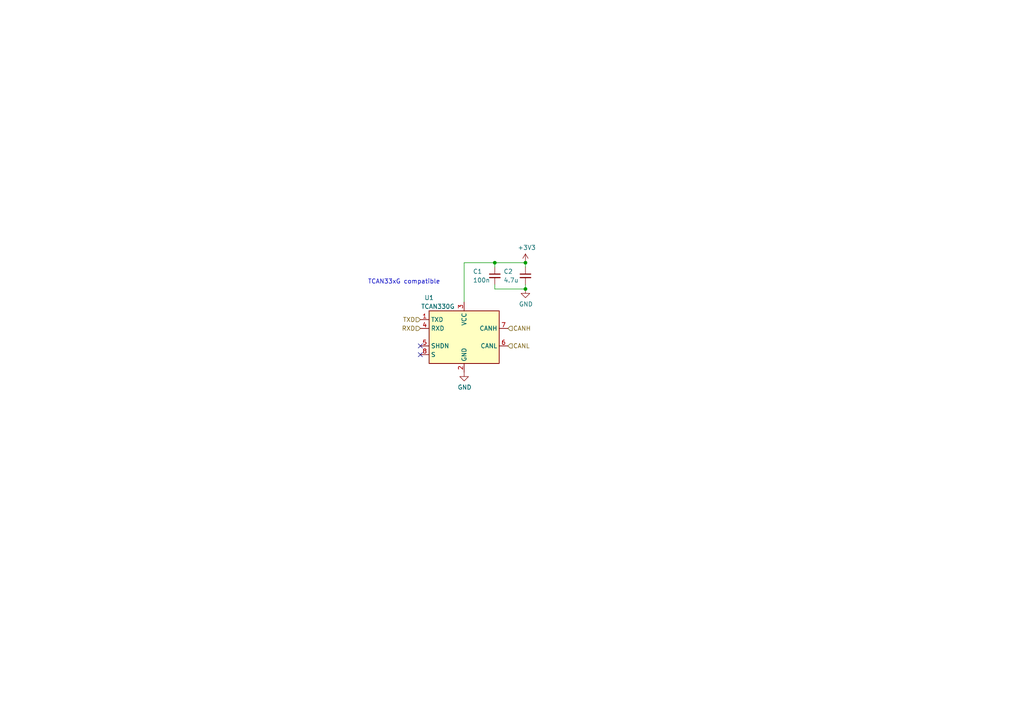
<source format=kicad_sch>
(kicad_sch (version 20211123) (generator eeschema)
  (paper "A4")
  (lib_symbols
    (symbol "Device:C_Small" (pin_numbers hide) (pin_names (offset 0.254) hide)
      (property "Reference" "C" (at 0.254 1.778 0))
      (property "Value" "C_Small" (at 0.254 -2.032 0))
      (symbol "C_Small_0_1"
        (polyline (pts (xy -1.524 -0.508) (xy 1.524 -0.508)) (stroke (width 0.3302)))
        (polyline (pts (xy -1.524 0.508) (xy 1.524 0.508)) (stroke (width 0.3048)))
      )
      (symbol "C_Small_1_1"
        (pin passive line (at 0 2.54 270) (length 2.032) (name "~") (number "1"))
        (pin passive line (at 0 -2.54 90) (length 2.032) (name "~") (number "2"))
      )
    )
    (symbol "Interface_CAN_LIN:TCAN330G"
      (property "Reference" "U" (at -10.16 8.89 0))
      (property "Value" "TCAN330G" (at 2.54 8.89 0))
      (symbol "TCAN330G_0_1"
        (rectangle (start -10.16 7.62) (end 10.16 -7.62) (stroke (width 0.254)) (fill (type background)))
      )
      (symbol "TCAN330G_1_1"
        (pin input line (at -12.7 5.08 0) (length 2.54) (name "TXD") (number "1"))
        (pin power_in line (at 0 -10.16 90) (length 2.54) (name "GND") (number "2"))
        (pin power_in line (at 0 10.16 270) (length 2.54) (name "VCC") (number "3"))
        (pin tri_state line (at -12.7 2.54 0) (length 2.54) (name "RXD") (number "4"))
        (pin input line (at -12.7 -2.54 0) (length 2.54) (name "SHDN") (number "5"))
        (pin bidirectional line (at 12.7 -2.54 180) (length 2.54) (name "CANL") (number "6"))
        (pin bidirectional line (at 12.7 2.54 180) (length 2.54) (name "CANH") (number "7"))
        (pin input line (at -12.7 -5.08 0) (length 2.54) (name "S") (number "8"))
      )
    )
    (symbol "power:+3V3" (power) (pin_names (offset 0))
      (property "Value" "+3V3" (at 0 3.556 0))
      (symbol "+3V3_0_1"
        (polyline (pts (xy -0.762 1.27) (xy 0 2.54)))
        (polyline (pts (xy 0 0) (xy 0 2.54)))
        (polyline (pts (xy 0 2.54) (xy 0.762 1.27)))
      )
      (symbol "+3V3_1_1"
        (pin power_in line (at 0 0 90) (length 0) hide (name "+3V3") (number "1"))
      )
    )
    (symbol "power:GND" (power) (pin_names (offset 0))
      (property "Value" "GND" (at 0 -3.81 0))
      (symbol "GND_0_1"
        (polyline (pts (xy 0 0) (xy 0 -1.27) (xy 1.27 -1.27) (xy 0 -2.54) (xy -1.27 -1.27) (xy 0 -1.27)))
      )
      (symbol "GND_1_1"
        (pin power_in line (at 0 0 270) (length 0) hide (name "GND") (number "1"))
      )
    )
  )
  (junction (at 152.4 76.2))
  (junction (at 143.51 76.2))
  (junction (at 152.4 83.82))
  (no_connect (at 121.92 100.33))
  (no_connect (at 121.92 102.87))
  (wire (pts (xy 143.51 82.55) (xy 143.51 83.82)))
  (wire (pts (xy 152.4 76.2) (xy 152.4 77.47)))
  (wire (pts (xy 152.4 83.82) (xy 152.4 82.55)))
  (wire (pts (xy 134.62 76.2) (xy 143.51 76.2)))
  (wire (pts (xy 143.51 83.82) (xy 152.4 83.82)))
  (wire (pts (xy 143.51 77.47) (xy 143.51 76.2)))
  (wire (pts (xy 143.51 76.2) (xy 152.4 76.2)))
  (wire (pts (xy 134.62 87.63) (xy 134.62 76.2)))
  (text "TCAN33xG compatible" (at 106.68 82.55 0) (effects (font (size 1.27 1.27)) (justify left bottom)))
  (hierarchical_label "CANH" (shape input) (at 147.32 95.25 0))
  (hierarchical_label "TXD" (shape input) (at 121.92 92.71 180))
  (hierarchical_label "RXD" (shape input) (at 121.92 95.25 180))
  (hierarchical_label "CANL" (shape input) (at 147.32 100.33 0))
  (symbol (lib_id "power:GND") (at 152.4 83.82 0) (unit 1)
    (property "Reference" "#PWR?" (effects hide))
    (property "Value" "GND" (at 152.527 88.2142 0))
  )
  (symbol (lib_id "power:+3V3") (at 152.4 76.2 0) (unit 1)
    (property "Reference" "#PWR?" (effects hide))
    (property "Value" "+3V3" (at 152.781 71.8058 0))
  )
  (symbol (lib_id "power:GND") (at 134.62 107.95 0) (unit 1)
    (property "Reference" "#PWR?" (effects hide))
    (property "Value" "GND" (at 134.747 112.3442 0))
  )
  (symbol (lib_id "Device:C_Small") (at 152.4 80.01 0) (unit 1)
    (property "Reference" "C2" (at 146.05 78.74 0) (effects (justify left)))
    (property "Value" "4.7u" (at 146.05 81.28 0) (effects (justify left)))
    (property "Footprint" "Capacitor_SMD:C_0603_1608Metric" (effects hide))
  )
  (symbol (lib_id "Device:C_Small") (at 143.51 80.01 0) (unit 1)
    (property "Reference" "C1" (at 137.16 78.74 0) (effects (justify left)))
    (property "Value" "100n" (at 137.16 81.28 0) (effects (justify left)))
    (property "Footprint" "Capacitor_SMD:C_0603_1608Metric" (effects hide))
  )
  (symbol (lib_id "Interface_CAN_LIN:TCAN330G") (at 134.62 97.79 0) (unit 1)
    (property "Reference" "U1" (at 124.46 86.36 0))
    (property "Value" "TCAN330G" (at 127 88.9 0))
    (property "Footprint" "Package_SO:SOIC-8_3.9x4.9mm_P1.27mm" (effects hide))
    (property "Datasheet" "http://www.ti.com/lit/ds/symlink/tcan337.pdf" (effects hide))
  )
)
</source>
